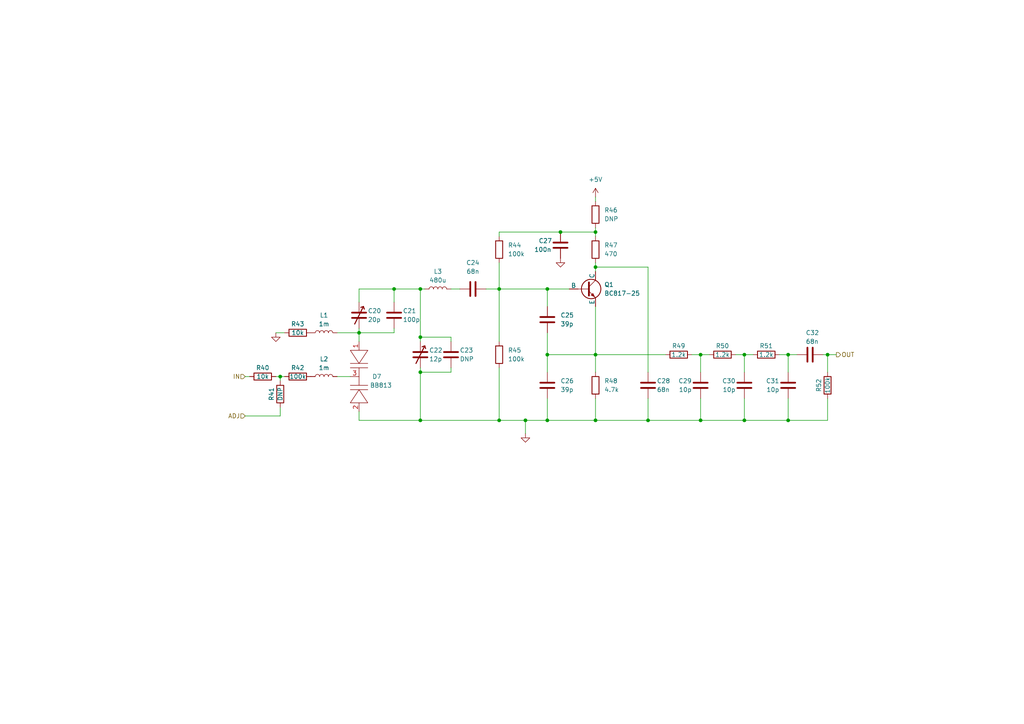
<source format=kicad_sch>
(kicad_sch (version 20230121) (generator eeschema)
  (paper "A4")
  (lib_symbols
    (symbol "Device:C" (pin_numbers hide) (pin_names (offset 0.254))
      (property "Reference" "C" (at 0.635 2.54 0))
      (property "Value" "C" (at 0.635 -2.54 0))
      (symbol "C_0_1"
        (polyline (pts (xy -2.032 -0.762) (xy 2.032 -0.762)) (stroke (width 0.508)))
        (polyline (pts (xy -2.032 0.762) (xy 2.032 0.762)) (stroke (width 0.508)))
      )
      (symbol "C_1_1"
        (pin passive line (at 0 3.81 270) (length 2.794) (name "~") (number "1"))
        (pin passive line (at 0 -3.81 90) (length 2.794) (name "~") (number "2"))
      )
    )
    (symbol "Device:C_Variable" (pin_numbers hide) (pin_names (offset 0.254) hide)
      (property "Reference" "C" (at 0.635 -1.905 0))
      (property "Value" "C_Variable" (at 0.635 -3.81 0))
      (symbol "C_Variable_0_1"
        (polyline (pts (xy -2.032 -0.762) (xy 2.032 -0.762)) (stroke (width 0.508)))
        (polyline (pts (xy -2.032 0.762) (xy 2.032 0.762)) (stroke (width 0.508)))
        (polyline (pts (xy 1.27 2.54) (xy -1.27 -2.54)) (stroke (width 0.3048)))
        (polyline (pts (xy 1.27 2.54) (xy 0.508 2.286)) (stroke (width 0.3048)))
        (polyline (pts (xy 1.27 2.54) (xy 1.524 1.778)) (stroke (width 0.3048)))
      )
      (symbol "C_Variable_1_1"
        (pin passive line (at 0 3.81 270) (length 3.048) (name "~") (number "1"))
        (pin passive line (at 0 -3.81 90) (length 3.048) (name "~") (number "2"))
      )
    )
    (symbol "Device:L" (pin_numbers hide) (pin_names (offset 1.016) hide)
      (property "Reference" "L" (at -1.27 0 90))
      (property "Value" "L" (at 1.905 0 90))
      (symbol "L_0_1"
        (arc (start 0 -2.54) (mid 0.6323 -1.905) (end 0 -1.27))
        (arc (start 0 -1.27) (mid 0.6323 -0.635) (end 0 0))
        (arc (start 0 0) (mid 0.6323 0.635) (end 0 1.27))
        (arc (start 0 1.27) (mid 0.6323 1.905) (end 0 2.54))
      )
      (symbol "L_1_1"
        (pin passive line (at 0 3.81 270) (length 1.27) (name "1") (number "1"))
        (pin passive line (at 0 -3.81 90) (length 1.27) (name "2") (number "2"))
      )
    )
    (symbol "Device:R" (pin_numbers hide) (pin_names (offset 0))
      (property "Reference" "R" (at 2.032 0 90))
      (property "Value" "R" (at 0 0 90))
      (symbol "R_0_1"
        (rectangle (start -1.016 -2.54) (end 1.016 2.54) (stroke (width 0.254)))
      )
      (symbol "R_1_1"
        (pin passive line (at 0 3.81 270) (length 1.27) (name "~") (number "1"))
        (pin passive line (at 0 -3.81 90) (length 1.27) (name "~") (number "2"))
      )
    )
    (symbol "Simulation_SPICE:NPN" (pin_numbers hide) (pin_names (offset 0))
      (property "Reference" "Q" (at -2.54 7.62 0))
      (property "Value" "NPN" (at -2.54 5.08 0))
      (symbol "NPN_0_1"
        (polyline (pts (xy -2.54 0) (xy 0.635 0)) (stroke (width 0.1524)))
        (polyline (pts (xy 0.635 0.635) (xy 2.54 2.54)))
        (polyline (pts (xy 2.794 -1.27) (xy 2.794 -1.27)) (stroke (width 0.1524)))
        (polyline (pts (xy 2.794 -1.27) (xy 2.794 -1.27)) (stroke (width 0.1524)))
        (polyline (pts (xy 0.635 -0.635) (xy 2.54 -2.54) (xy 2.54 -2.54)))
        (polyline (pts (xy 0.635 1.905) (xy 0.635 -1.905) (xy 0.635 -1.905)) (stroke (width 0.508)))
        (polyline (pts (xy 1.27 -1.778) (xy 1.778 -1.27) (xy 2.286 -2.286) (xy 1.27 -1.778) (xy 1.27 -1.778)) (fill (type outline)))
        (circle (center 1.27 0) (radius 2.8194) (stroke (width 0.254)))
      )
      (symbol "NPN_1_1"
        (pin open_collector line (at 2.54 5.08 270) (length 2.54) (name "C") (number "1"))
        (pin input line (at -5.08 0 0) (length 2.54) (name "B") (number "2"))
        (pin open_emitter line (at 2.54 -5.08 90) (length 2.54) (name "E") (number "3"))
      )
    )
    (symbol "_My_lib:BB814"
      (property "Reference" "D4" (at 0 0 90))
      (property "Value" "BB813" (at 2.54 2.54 90))
      (symbol "BB814_0_1"
        (polyline (pts (xy -3.81 -1.27) (xy -3.81 -6.35)))
        (polyline (pts (xy -2.54 -1.27) (xy -2.54 -6.35)))
        (polyline (pts (xy 2.54 -6.35) (xy 2.54 -1.27)))
        (polyline (pts (xy 2.54 -3.81) (xy -2.54 -3.81)))
        (polyline (pts (xy 3.81 -6.35) (xy 3.81 -1.27)))
        (polyline (pts (xy -7.62 -1.27) (xy -3.81 -3.81) (xy -7.62 -6.35) (xy -7.62 -1.27) (xy -7.62 -1.27)))
        (polyline (pts (xy 7.62 -6.35) (xy 3.81 -3.81) (xy 7.62 -1.27) (xy 7.62 -6.35) (xy 7.62 -6.35)))
      )
      (symbol "BB814_1_1"
        (pin input line (at -10.16 -3.81 0) (length 2.54) (name "") (number "1"))
        (pin input line (at 10.16 -3.81 180) (length 2.54) (name "") (number "2"))
        (pin input line (at 0 -6.35 90) (length 2.54) (name "") (number "3"))
      )
    )
    (symbol "power:+5V" (power) (pin_names (offset 0))
      (property "Value" "+5V" (at 0 3.556 0))
      (symbol "+5V_0_1"
        (polyline (pts (xy -0.762 1.27) (xy 0 2.54)))
        (polyline (pts (xy 0 0) (xy 0 2.54)))
        (polyline (pts (xy 0 2.54) (xy 0.762 1.27)))
      )
      (symbol "+5V_1_1"
        (pin power_in line (at 0 0 90) (length 0) hide (name "+5V") (number "1"))
      )
    )
    (symbol "power:GND" (power) (pin_names (offset 0))
      (property "Value" "GND" (at 0 -3.81 0))
      (symbol "GND_0_1"
        (polyline (pts (xy 0 0) (xy 0 -1.27) (xy 1.27 -1.27) (xy 0 -2.54) (xy -1.27 -1.27) (xy 0 -1.27)))
      )
      (symbol "GND_1_1"
        (pin power_in line (at 0 0 270) (length 0) hide (name "GND") (number "1"))
      )
    )
  )
  (junction (at 172.72 102.87))
  (junction (at 172.72 121.92))
  (junction (at 81.28 109.22))
  (junction (at 158.75 102.87))
  (junction (at 121.92 97.79))
  (junction (at 121.92 83.82))
  (junction (at 104.14 96.52))
  (junction (at 203.2 121.92))
  (junction (at 215.9 121.92))
  (junction (at 240.03 102.87))
  (junction (at 144.78 83.82))
  (junction (at 158.75 121.92))
  (junction (at 158.75 83.82))
  (junction (at 228.6 121.92))
  (junction (at 162.56 67.31))
  (junction (at 172.72 77.47))
  (junction (at 172.72 67.31))
  (junction (at 215.9 102.87))
  (junction (at 152.4 121.92))
  (junction (at 114.3 83.82))
  (junction (at 228.6 102.87))
  (junction (at 203.2 102.87))
  (junction (at 121.92 121.92))
  (junction (at 121.92 107.95))
  (junction (at 144.78 121.92))
  (junction (at 187.96 121.92))
  (wire (pts (xy 172.72 68.58) (xy 172.72 67.31)))
  (wire (pts (xy 172.72 102.87) (xy 193.04 102.87)))
  (wire (pts (xy 172.72 121.92) (xy 187.96 121.92)))
  (wire (pts (xy 81.28 109.22) (xy 81.28 110.49)))
  (wire (pts (xy 114.3 87.63) (xy 114.3 83.82)))
  (wire (pts (xy 144.78 67.31) (xy 144.78 68.58)))
  (wire (pts (xy 133.35 83.82) (xy 130.81 83.82)))
  (wire (pts (xy 203.2 121.92) (xy 187.96 121.92)))
  (wire (pts (xy 130.81 106.68) (xy 130.81 107.95)))
  (wire (pts (xy 123.19 83.82) (xy 121.92 83.82)))
  (wire (pts (xy 81.28 109.22) (xy 80.01 109.22)))
  (wire (pts (xy 140.97 83.82) (xy 144.78 83.82)))
  (wire (pts (xy 240.03 121.92) (xy 240.03 115.57)))
  (wire (pts (xy 121.92 107.95) (xy 121.92 121.92)))
  (wire (pts (xy 172.72 57.15) (xy 172.72 58.42)))
  (wire (pts (xy 172.72 102.87) (xy 172.72 107.95)))
  (wire (pts (xy 121.92 121.92) (xy 144.78 121.92)))
  (wire (pts (xy 80.01 96.52) (xy 82.55 96.52)))
  (wire (pts (xy 215.9 102.87) (xy 218.44 102.87)))
  (wire (pts (xy 104.14 121.92) (xy 121.92 121.92)))
  (wire (pts (xy 203.2 102.87) (xy 205.74 102.87)))
  (wire (pts (xy 152.4 121.92) (xy 158.75 121.92)))
  (wire (pts (xy 81.28 120.65) (xy 71.12 120.65)))
  (wire (pts (xy 228.6 121.92) (xy 240.03 121.92)))
  (wire (pts (xy 114.3 83.82) (xy 121.92 83.82)))
  (wire (pts (xy 121.92 83.82) (xy 121.92 97.79)))
  (wire (pts (xy 97.79 96.52) (xy 104.14 96.52)))
  (wire (pts (xy 203.2 121.92) (xy 215.9 121.92)))
  (wire (pts (xy 226.06 102.87) (xy 228.6 102.87)))
  (wire (pts (xy 203.2 121.92) (xy 203.2 115.57)))
  (wire (pts (xy 71.12 109.22) (xy 72.39 109.22)))
  (wire (pts (xy 228.6 102.87) (xy 231.14 102.87)))
  (wire (pts (xy 130.81 99.06) (xy 130.81 97.79)))
  (wire (pts (xy 172.72 66.04) (xy 172.72 67.31)))
  (wire (pts (xy 215.9 121.92) (xy 215.9 115.57)))
  (wire (pts (xy 144.78 106.68) (xy 144.78 121.92)))
  (wire (pts (xy 158.75 83.82) (xy 165.1 83.82)))
  (wire (pts (xy 121.92 107.95) (xy 130.81 107.95)))
  (wire (pts (xy 121.92 97.79) (xy 121.92 99.06)))
  (wire (pts (xy 215.9 121.92) (xy 228.6 121.92)))
  (wire (pts (xy 114.3 95.25) (xy 114.3 96.52)))
  (wire (pts (xy 104.14 87.63) (xy 104.14 83.82)))
  (wire (pts (xy 144.78 83.82) (xy 144.78 99.06)))
  (wire (pts (xy 144.78 83.82) (xy 158.75 83.82)))
  (wire (pts (xy 238.76 102.87) (xy 240.03 102.87)))
  (wire (pts (xy 240.03 102.87) (xy 242.57 102.87)))
  (wire (pts (xy 187.96 115.57) (xy 187.96 121.92)))
  (wire (pts (xy 228.6 121.92) (xy 228.6 115.57)))
  (wire (pts (xy 104.14 96.52) (xy 114.3 96.52)))
  (wire (pts (xy 172.72 77.47) (xy 172.72 78.74)))
  (wire (pts (xy 121.92 97.79) (xy 130.81 97.79)))
  (wire (pts (xy 213.36 102.87) (xy 215.9 102.87)))
  (wire (pts (xy 104.14 95.25) (xy 104.14 96.52)))
  (wire (pts (xy 215.9 102.87) (xy 215.9 107.95)))
  (wire (pts (xy 172.72 88.9) (xy 172.72 102.87)))
  (wire (pts (xy 162.56 67.31) (xy 172.72 67.31)))
  (wire (pts (xy 82.55 109.22) (xy 81.28 109.22)))
  (wire (pts (xy 104.14 83.82) (xy 114.3 83.82)))
  (wire (pts (xy 121.92 106.68) (xy 121.92 107.95)))
  (wire (pts (xy 81.28 118.11) (xy 81.28 120.65)))
  (wire (pts (xy 172.72 115.57) (xy 172.72 121.92)))
  (wire (pts (xy 187.96 107.95) (xy 187.96 77.47)))
  (wire (pts (xy 187.96 77.47) (xy 172.72 77.47)))
  (wire (pts (xy 144.78 76.2) (xy 144.78 83.82)))
  (wire (pts (xy 158.75 102.87) (xy 172.72 102.87)))
  (wire (pts (xy 228.6 102.87) (xy 228.6 107.95)))
  (wire (pts (xy 144.78 121.92) (xy 152.4 121.92)))
  (wire (pts (xy 172.72 76.2) (xy 172.72 77.47)))
  (wire (pts (xy 158.75 102.87) (xy 158.75 107.95)))
  (wire (pts (xy 240.03 102.87) (xy 240.03 107.95)))
  (wire (pts (xy 158.75 121.92) (xy 158.75 115.57)))
  (wire (pts (xy 158.75 121.92) (xy 172.72 121.92)))
  (wire (pts (xy 203.2 102.87) (xy 203.2 107.95)))
  (wire (pts (xy 144.78 67.31) (xy 162.56 67.31)))
  (wire (pts (xy 200.66 102.87) (xy 203.2 102.87)))
  (wire (pts (xy 104.14 119.38) (xy 104.14 121.92)))
  (wire (pts (xy 158.75 83.82) (xy 158.75 88.9)))
  (wire (pts (xy 104.14 96.52) (xy 104.14 99.06)))
  (wire (pts (xy 158.75 96.52) (xy 158.75 102.87)))
  (wire (pts (xy 97.79 109.22) (xy 101.6 109.22)))
  (wire (pts (xy 152.4 121.92) (xy 152.4 125.73)))
  (hierarchical_label "ADJ" (shape input) (at 71.12 120.65 180))
  (hierarchical_label "OUT" (shape output) (at 242.57 102.87 0))
  (hierarchical_label "IN" (shape input) (at 71.12 109.22 180))
  (symbol (lib_id "Device:R") (at 240.03 111.76 180) (unit 1)
    (property "Reference" "R52" (at 237.49 111.76 90))
    (property "Value" "100k" (at 240.03 111.76 90))
    (property "Footprint" "Resistor_SMD:R_1206_3216Metric_Pad1.30x1.75mm_HandSolder" (effects hide))
    (instances (project "QCM_driver" (path "" (reference "R52") (unit 1)) (path "" (reference "R81") (unit 1))))
  )
  (symbol (lib_id "Device:C") (at 234.95 102.87 270) (unit 1)
    (property "Reference" "C32" (at 233.68 96.52 90) (effects (justify left)))
    (property "Value" "68n" (at 233.68 99.06 90) (effects (justify left)))
    (property "Footprint" "Capacitor_SMD:C_1206_3216Metric" (effects hide))
    (instances (project "QCM_driver" (path "" (reference "C32") (unit 1)) (path "" (reference "C57") (unit 1))))
  )
  (symbol (lib_id "Device:C") (at 162.56 71.12 0) (unit 1)
    (property "Reference" "C27" (at 156.21 69.85 0) (effects (justify left)))
    (property "Value" "100n" (at 154.94 72.39 0) (effects (justify left)))
    (property "Footprint" "Capacitor_SMD:C_1206_3216Metric" (effects hide))
    (instances (project "QCM_driver" (path "" (reference "C27") (unit 1)) (path "" (reference "C52") (unit 1))))
  )
  (symbol (lib_id "Device:R") (at 144.78 72.39 0) (unit 1)
    (property "Reference" "R44" (at 147.32 71.12 0) (effects (justify left)))
    (property "Value" "100k" (at 147.32 73.66 0) (effects (justify left)))
    (property "Footprint" "Resistor_SMD:R_1206_3216Metric_Pad1.30x1.75mm_HandSolder" (effects hide))
    (instances (project "QCM_driver" (path "" (reference "R44") (unit 1)) (path "" (reference "R73") (unit 1))))
  )
  (symbol (lib_id "Device:C_Variable") (at 121.92 102.87 0) (unit 1)
    (property "Reference" "C22" (at 124.46 101.6 0) (effects (justify left)))
    (property "Value" "12p" (at 124.46 104.14 0) (effects (justify left)))
    (property "Footprint" "lib:Trimmer Cap 6mm" (effects hide))
    (instances (project "QCM_driver" (path "" (reference "C22") (unit 1)) (path "" (reference "C47") (unit 1))))
  )
  (symbol (lib_id "Device:R") (at 76.2 109.22 90) (unit 1)
    (property "Reference" "R40" (at 76.2 106.68 90))
    (property "Value" "10k" (at 76.2 109.22 90))
    (property "Footprint" "Resistor_SMD:R_1206_3216Metric_Pad1.30x1.75mm_HandSolder" (effects hide))
    (instances (project "QCM_driver" (path "" (reference "R40") (unit 1)) (path "" (reference "R69") (unit 1))))
  )
  (symbol (lib_id "Device:L") (at 93.98 109.22 90) (unit 1)
    (property "Reference" "L2" (at 93.98 104.14 90))
    (property "Value" "1m" (at 93.98 106.68 90))
    (property "Footprint" "Inductor_SMD:L_12x12mm_H8mm" (effects hide))
    (instances (project "QCM_driver" (path "" (reference "L2") (unit 1)) (path "" (reference "L5") (unit 1))))
  )
  (symbol (lib_id "Device:R") (at 172.72 72.39 0) (unit 1)
    (property "Reference" "R47" (at 175.26 71.12 0) (effects (justify left)))
    (property "Value" "470" (at 175.26 73.66 0) (effects (justify left)))
    (property "Footprint" "Resistor_SMD:R_1206_3216Metric_Pad1.30x1.75mm_HandSolder" (effects hide))
    (instances (project "QCM_driver" (path "" (reference "R47") (unit 1)) (path "" (reference "R76") (unit 1))))
  )
  (symbol (lib_id "power:GND") (at 162.56 74.93 0) (unit 1)
    (property "Reference" "#PWR032" (effects hide))
    (property "Value" "GND" (effects hide))
    (instances (project "QCM_driver" (path "" (reference "#PWR032") (unit 1)) (path "" (reference "#PWR048") (unit 1))))
  )
  (symbol (lib_id "Device:R") (at 196.85 102.87 90) (unit 1)
    (property "Reference" "R49" (at 196.85 100.33 90))
    (property "Value" "1.2k" (at 196.85 102.87 90))
    (property "Footprint" "Resistor_SMD:R_1206_3216Metric_Pad1.30x1.75mm_HandSolder" (effects hide))
    (instances (project "QCM_driver" (path "" (reference "R49") (unit 1)) (path "" (reference "R78") (unit 1))))
  )
  (symbol (lib_id "Device:C") (at 203.2 111.76 180) (unit 1)
    (property "Reference" "C29" (at 200.66 110.49 0) (effects (justify left)))
    (property "Value" "10p" (at 200.66 113.03 0) (effects (justify left)))
    (property "Footprint" "Capacitor_SMD:C_1206_3216Metric" (effects hide))
    (instances (project "QCM_driver" (path "" (reference "C29") (unit 1)) (path "" (reference "C54") (unit 1))))
  )
  (symbol (lib_id "Device:R") (at 172.72 62.23 0) (unit 1)
    (property "Reference" "R46" (at 175.26 60.96 0) (effects (justify left)))
    (property "Value" "DNP" (at 175.26 63.5 0) (effects (justify left)))
    (property "Footprint" "Resistor_SMD:R_1206_3216Metric_Pad1.30x1.75mm_HandSolder" (effects hide))
    (instances (project "QCM_driver" (path "" (reference "R46") (unit 1)) (path "" (reference "R75") (unit 1))))
  )
  (symbol (lib_id "Simulation_SPICE:NPN") (at 170.18 83.82 0) (unit 1)
    (property "Reference" "Q1" (at 175.26 82.55 0) (effects (justify left)))
    (property "Value" "BC817-25" (at 175.26 85.09 0) (effects (justify left)))
    (property "Footprint" "Package_TO_SOT_SMD:SOT-23" (effects hide))
    (property "Sim.Device" "NPN" (effects hide))
    (property "Sim.Type" "GUMMELPOON" (effects hide))
    (property "Sim.Pins" "1=C 2=B 3=E" (effects hide))
    (instances (project "QCM_driver" (path "" (reference "Q1") (unit 1)) (path "" (reference "Q2") (unit 1))))
  )
  (symbol (lib_id "Device:C") (at 114.3 91.44 180) (unit 1)
    (property "Reference" "C21" (at 116.84 90.17 0) (effects (justify right)))
    (property "Value" "100p" (at 116.84 92.71 0) (effects (justify right)))
    (property "Footprint" "Capacitor_SMD:C_1206_3216Metric" (effects hide))
    (instances (project "QCM_driver" (path "" (reference "C21") (unit 1)) (path "" (reference "C46") (unit 1))))
  )
  (symbol (lib_id "Device:L") (at 93.98 96.52 90) (unit 1)
    (property "Reference" "L1" (at 93.98 91.44 90))
    (property "Value" "1m" (at 93.98 93.98 90))
    (property "Footprint" "Inductor_SMD:L_12x12mm_H8mm" (effects hide))
    (instances (project "QCM_driver" (path "" (reference "L1") (unit 1)) (path "" (reference "L4") (unit 1))))
  )
  (symbol (lib_id "Device:C") (at 187.96 111.76 180) (unit 1)
    (property "Reference" "C28" (at 190.5 110.49 0) (effects (justify right)))
    (property "Value" "68n" (at 190.5 113.03 0) (effects (justify right)))
    (property "Footprint" "Capacitor_SMD:C_1206_3216Metric" (effects hide))
    (instances (project "QCM_driver" (path "" (reference "C28") (unit 1)) (path "" (reference "C53") (unit 1))))
  )
  (symbol (lib_id "power:GND") (at 80.01 96.52 0) (unit 1)
    (property "Reference" "#PWR030" (effects hide))
    (property "Value" "GND" (effects hide))
    (instances (project "QCM_driver" (path "" (reference "#PWR030") (unit 1)) (path "" (reference "#PWR046") (unit 1))))
  )
  (symbol (lib_id "Device:L") (at 127 83.82 90) (unit 1)
    (property "Reference" "L3" (at 127 78.74 90))
    (property "Value" "480u" (at 127 81.28 90))
    (property "Footprint" "Inductor_SMD:L_12x12mm_H8mm" (effects hide))
    (instances (project "QCM_driver" (path "" (reference "L3") (unit 1)) (path "" (reference "L6") (unit 1))))
  )
  (symbol (lib_id "Device:C") (at 130.81 102.87 180) (unit 1)
    (property "Reference" "C23" (at 133.35 101.6 0) (effects (justify right)))
    (property "Value" "DNP" (at 133.35 104.14 0) (effects (justify right)))
    (property "Footprint" "Capacitor_SMD:C_1206_3216Metric" (effects hide))
    (instances (project "QCM_driver" (path "" (reference "C23") (unit 1)) (path "" (reference "C48") (unit 1))))
  )
  (symbol (lib_id "Device:R") (at 209.55 102.87 90) (unit 1)
    (property "Reference" "R50" (at 209.55 100.33 90))
    (property "Value" "1.2k" (at 209.55 102.87 90))
    (property "Footprint" "Resistor_SMD:R_1206_3216Metric_Pad1.30x1.75mm_HandSolder" (effects hide))
    (instances (project "QCM_driver" (path "" (reference "R50") (unit 1)) (path "" (reference "R79") (unit 1))))
  )
  (symbol (lib_id "Device:R") (at 172.72 111.76 0) (unit 1)
    (property "Reference" "R48" (at 175.26 110.49 0) (effects (justify left)))
    (property "Value" "4.7k" (at 175.26 113.03 0) (effects (justify left)))
    (property "Footprint" "Resistor_SMD:R_1206_3216Metric_Pad1.30x1.75mm_HandSolder" (effects hide))
    (instances (project "QCM_driver" (path "" (reference "R48") (unit 1)) (path "" (reference "R77") (unit 1))))
  )
  (symbol (lib_id "Device:C") (at 158.75 92.71 180) (unit 1)
    (property "Reference" "C25" (at 162.56 91.44 0) (effects (justify right)))
    (property "Value" "39p" (at 162.56 93.98 0) (effects (justify right)))
    (property "Footprint" "Capacitor_SMD:C_1206_3216Metric" (effects hide))
    (instances (project "QCM_driver" (path "" (reference "C25") (unit 1)) (path "" (reference "C50") (unit 1))))
  )
  (symbol (lib_id "Device:C") (at 137.16 83.82 90) (unit 1)
    (property "Reference" "C24" (at 137.16 76.2 90))
    (property "Value" "68n" (at 137.16 78.74 90))
    (property "Footprint" "Capacitor_SMD:C_1206_3216Metric" (effects hide))
    (instances (project "QCM_driver" (path "" (reference "C24") (unit 1)) (path "" (reference "C49") (unit 1))))
  )
  (symbol (lib_id "Device:C") (at 158.75 111.76 180) (unit 1)
    (property "Reference" "C26" (at 162.56 110.49 0) (effects (justify right)))
    (property "Value" "39p" (at 162.56 113.03 0) (effects (justify right)))
    (property "Footprint" "Capacitor_SMD:C_1206_3216Metric" (effects hide))
    (instances (project "QCM_driver" (path "" (reference "C26") (unit 1)) (path "" (reference "C51") (unit 1))))
  )
  (symbol (lib_id "Device:R") (at 222.25 102.87 90) (unit 1)
    (property "Reference" "R51" (at 222.25 100.33 90))
    (property "Value" "1.2k" (at 222.25 102.87 90))
    (property "Footprint" "Resistor_SMD:R_1206_3216Metric_Pad1.30x1.75mm_HandSolder" (effects hide))
    (instances (project "QCM_driver" (path "" (reference "R51") (unit 1)) (path "" (reference "R80") (unit 1))))
  )
  (symbol (lib_id "power:GND") (at 152.4 125.73 0) (unit 1)
    (property "Reference" "#PWR031" (effects hide))
    (property "Value" "GND" (effects hide))
    (instances (project "QCM_driver" (path "" (reference "#PWR031") (unit 1)) (path "" (reference "#PWR047") (unit 1))))
  )
  (symbol (lib_id "Device:C_Variable") (at 104.14 91.44 0) (unit 1)
    (property "Reference" "C20" (at 106.68 90.17 0) (effects (justify left)))
    (property "Value" "20p" (at 106.68 92.71 0) (effects (justify left)))
    (property "Footprint" "lib:Trimmer Cap 6mm" (effects hide))
    (instances (project "QCM_driver" (path "" (reference "C20") (unit 1)) (path "" (reference "C45") (unit 1))))
  )
  (symbol (lib_id "power:+5V") (at 172.72 57.15 0) (unit 1)
    (property "Reference" "#PWR033" (effects hide))
    (property "Value" "+5V" (at 172.72 52.07 0))
    (instances (project "QCM_driver" (path "" (reference "#PWR033") (unit 1)) (path "" (reference "#PWR049") (unit 1))))
  )
  (symbol (lib_id "Device:R") (at 86.36 109.22 90) (unit 1)
    (property "Reference" "R42" (at 86.36 106.68 90))
    (property "Value" "100k" (at 86.36 109.22 90))
    (property "Footprint" "Resistor_SMD:R_1206_3216Metric_Pad1.30x1.75mm_HandSolder" (effects hide))
    (instances (project "QCM_driver" (path "" (reference "R42") (unit 1)) (path "" (reference "R71") (unit 1))))
  )
  (symbol (lib_id "Device:R") (at 144.78 102.87 0) (unit 1)
    (property "Reference" "R45" (at 147.32 101.6 0) (effects (justify left)))
    (property "Value" "100k" (at 147.32 104.14 0) (effects (justify left)))
    (property "Footprint" "Resistor_SMD:R_1206_3216Metric_Pad1.30x1.75mm_HandSolder" (effects hide))
    (instances (project "QCM_driver" (path "" (reference "R45") (unit 1)) (path "" (reference "R74") (unit 1))))
  )
  (symbol (lib_id "Device:C") (at 215.9 111.76 180) (unit 1)
    (property "Reference" "C30" (at 213.36 110.49 0) (effects (justify left)))
    (property "Value" "10p" (at 213.36 113.03 0) (effects (justify left)))
    (property "Footprint" "Capacitor_SMD:C_1206_3216Metric" (effects hide))
    (instances (project "QCM_driver" (path "" (reference "C30") (unit 1)) (path "" (reference "C55") (unit 1))))
  )
  (symbol (lib_id "Device:R") (at 81.28 114.3 180) (unit 1)
    (property "Reference" "R41" (at 78.74 114.3 90))
    (property "Value" "DNP" (at 81.28 114.3 90))
    (property "Footprint" "Resistor_SMD:R_1206_3216Metric_Pad1.30x1.75mm_HandSolder" (effects hide))
    (instances (project "QCM_driver" (path "" (reference "R41") (unit 1)) (path "" (reference "R70") (unit 1))))
  )
  (symbol (lib_id "Device:C") (at 228.6 111.76 180) (unit 1)
    (property "Reference" "C31" (at 226.06 110.49 0) (effects (justify left)))
    (property "Value" "10p" (at 226.06 113.03 0) (effects (justify left)))
    (property "Footprint" "Capacitor_SMD:C_1206_3216Metric" (effects hide))
    (instances (project "QCM_driver" (path "" (reference "C31") (unit 1)) (path "" (reference "C56") (unit 1))))
  )
  (symbol (lib_id "Device:R") (at 86.36 96.52 90) (unit 1)
    (property "Reference" "R43" (at 86.36 93.98 90))
    (property "Value" "10k" (at 86.36 96.52 90))
    (property "Footprint" "Resistor_SMD:R_1206_3216Metric_Pad1.30x1.75mm_HandSolder" (effects hide))
    (instances (project "QCM_driver" (path "" (reference "R43") (unit 1)) (path "" (reference "R72") (unit 1))))
  )
  (symbol (lib_id "_My_lib:BB814") (at 107.95 109.22 270) (unit 1)
    (property "Reference" "D7" (at 107.95 109.22 90) (effects (justify left)))
    (property "Value" "BB813" (at 110.49 111.76 90))
    (property "Footprint" "Package_TO_SOT_SMD:SOT-23" (effects hide))
    (instances (project "QCM_driver" (path "" (reference "D7") (unit 1)) (path "" (reference "D8") (unit 1))))
  )
)
</source>
